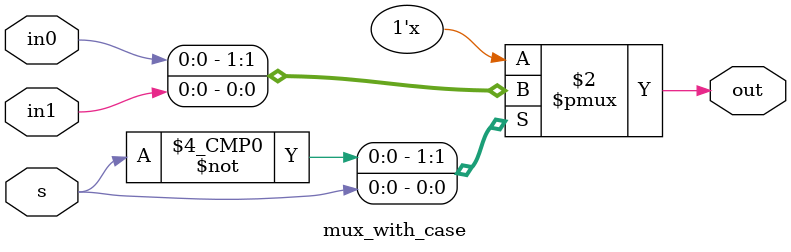
<source format=v>
module mux_with_case(
    input in0,in1,s,
    output reg out
);
always @(*) begin
    case(s)
        1'b0:out=in0;
        1'b1:out=in1;
        default:out=1'bz;
    endcase
end
endmodule

</source>
